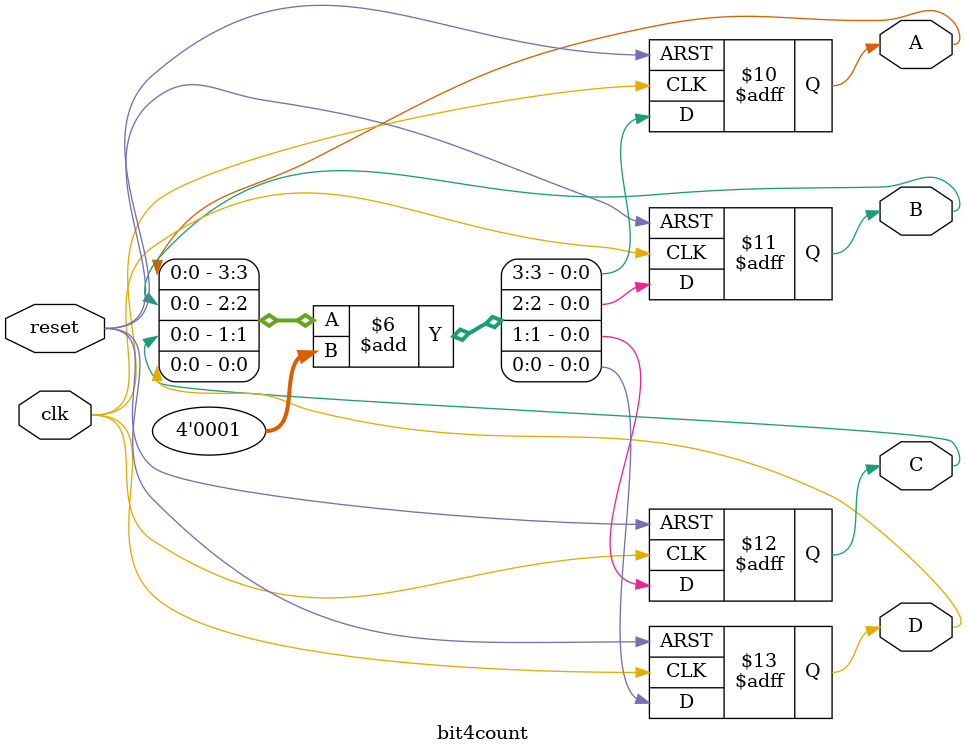
<source format=v>
`ifndef bit4count_MODULE
`define bit4count_MODULE
module bit4count (
    output reg A,B,C,D,
    input clk,
    input reset
    
);
always @(posedge clk or posedge reset)
    if(reset)  
     begin
        {A,B,C,D}<=4'b0000;
         
    end
    else if ({A & B & C & D}==4'b1111)
       begin
        {A,B,C,D}<=4'b0000;
         
    end

    else    
    begin
        {A,B,C,D}<={A,B,C,D}+4'b0001;
      
    end

endmodule
`endif
</source>
